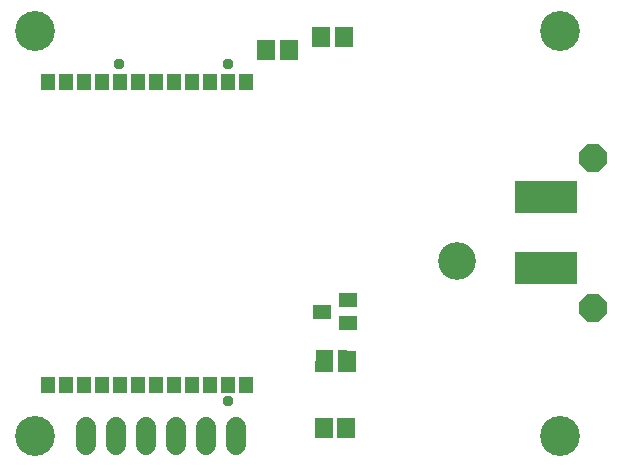
<source format=gbr>
G04 EAGLE Gerber X2 export*
%TF.Part,Single*%
%TF.FileFunction,Soldermask,Top,1*%
%TF.FilePolarity,Negative*%
%TF.GenerationSoftware,Autodesk,EAGLE,8.7.0*%
%TF.CreationDate,2018-04-13T05:44:18Z*%
G75*
%MOMM*%
%FSLAX34Y34*%
%LPD*%
%AMOC8*
5,1,8,0,0,1.08239X$1,22.5*%
G01*
%ADD10C,3.378200*%
%ADD11C,3.203200*%
%ADD12R,1.603200X1.203200*%
%ADD13P,2.556822X8X22.500000*%
%ADD14R,1.503200X1.803200*%
%ADD15R,1.219200X1.346200*%
%ADD16R,1.503200X1.703200*%
%ADD17C,1.727200*%
%ADD18R,5.283200X2.743200*%
%ADD19C,0.959600*%


D10*
X57150Y52070D03*
X57150Y394970D03*
X501650Y394970D03*
X501650Y52070D03*
D11*
X414750Y200020D03*
D12*
X299980Y157380D03*
X321980Y166880D03*
X321980Y147880D03*
D13*
X529800Y287020D03*
D14*
G36*
X309804Y106421D02*
X294773Y106474D01*
X294836Y124505D01*
X309867Y124452D01*
X309804Y106421D01*
G37*
G36*
X328804Y106355D02*
X313773Y106408D01*
X313836Y124439D01*
X328867Y124386D01*
X328804Y106355D01*
G37*
X318660Y390020D03*
X299660Y390020D03*
D15*
X68010Y351940D03*
X83250Y351940D03*
X98490Y351940D03*
X113730Y351940D03*
X128970Y351940D03*
X144210Y351940D03*
X159450Y351940D03*
X174690Y351940D03*
X189930Y351940D03*
X205170Y351940D03*
X220410Y351940D03*
X235650Y351940D03*
X235650Y95400D03*
X220410Y95400D03*
X205170Y95400D03*
X189930Y95400D03*
X174690Y95400D03*
X159450Y95400D03*
X144210Y95400D03*
X128970Y95400D03*
X113730Y95400D03*
X98490Y95400D03*
X83250Y95400D03*
X68010Y95400D03*
D13*
X529800Y160020D03*
D16*
X302050Y58870D03*
X321050Y58870D03*
X253030Y378890D03*
X272030Y378890D03*
D17*
X227330Y59690D02*
X227330Y44450D01*
X201930Y44450D02*
X201930Y59690D01*
X176530Y59690D02*
X176530Y44450D01*
X151130Y44450D02*
X151130Y59690D01*
X125730Y59690D02*
X125730Y44450D01*
X100330Y44450D02*
X100330Y59690D01*
D18*
X490220Y194310D03*
X490220Y254000D03*
D19*
X128700Y367200D03*
X220980Y367030D03*
X220980Y81280D03*
M02*

</source>
